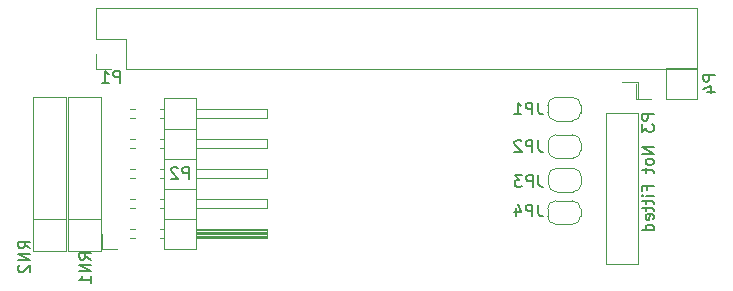
<source format=gbo>
G04 #@! TF.GenerationSoftware,KiCad,Pcbnew,(5.1.4)-1*
G04 #@! TF.CreationDate,2019-10-20T00:44:42+01:00*
G04 #@! TF.ProjectId,rgb-to-hdmi,7267622d-746f-42d6-9864-6d692e6b6963,rev?*
G04 #@! TF.SameCoordinates,Original*
G04 #@! TF.FileFunction,Legend,Bot*
G04 #@! TF.FilePolarity,Positive*
%FSLAX46Y46*%
G04 Gerber Fmt 4.6, Leading zero omitted, Abs format (unit mm)*
G04 Created by KiCad (PCBNEW (5.1.4)-1) date 2019-10-20 00:44:42*
%MOMM*%
%LPD*%
G04 APERTURE LIST*
%ADD10C,0.200000*%
%ADD11C,0.120000*%
%ADD12C,0.150000*%
G04 APERTURE END LIST*
D10*
X66790380Y-37177150D02*
X65790380Y-37177150D01*
X66790380Y-37748579D01*
X65790380Y-37748579D01*
X66790380Y-38367626D02*
X66742761Y-38272388D01*
X66695142Y-38224769D01*
X66599904Y-38177150D01*
X66314190Y-38177150D01*
X66218952Y-38224769D01*
X66171333Y-38272388D01*
X66123714Y-38367626D01*
X66123714Y-38510483D01*
X66171333Y-38605721D01*
X66218952Y-38653340D01*
X66314190Y-38700960D01*
X66599904Y-38700960D01*
X66695142Y-38653340D01*
X66742761Y-38605721D01*
X66790380Y-38510483D01*
X66790380Y-38367626D01*
X66123714Y-38986674D02*
X66123714Y-39367626D01*
X65790380Y-39129531D02*
X66647523Y-39129531D01*
X66742761Y-39177150D01*
X66790380Y-39272388D01*
X66790380Y-39367626D01*
X66266571Y-40796198D02*
X66266571Y-40462864D01*
X66790380Y-40462864D02*
X65790380Y-40462864D01*
X65790380Y-40939055D01*
X66790380Y-41320007D02*
X66123714Y-41320007D01*
X65790380Y-41320007D02*
X65838000Y-41272388D01*
X65885619Y-41320007D01*
X65838000Y-41367626D01*
X65790380Y-41320007D01*
X65885619Y-41320007D01*
X66123714Y-41653340D02*
X66123714Y-42034293D01*
X65790380Y-41796198D02*
X66647523Y-41796198D01*
X66742761Y-41843817D01*
X66790380Y-41939055D01*
X66790380Y-42034293D01*
X66123714Y-42224769D02*
X66123714Y-42605721D01*
X65790380Y-42367626D02*
X66647523Y-42367626D01*
X66742761Y-42415245D01*
X66790380Y-42510483D01*
X66790380Y-42605721D01*
X66742761Y-43320007D02*
X66790380Y-43224769D01*
X66790380Y-43034293D01*
X66742761Y-42939055D01*
X66647523Y-42891436D01*
X66266571Y-42891436D01*
X66171333Y-42939055D01*
X66123714Y-43034293D01*
X66123714Y-43224769D01*
X66171333Y-43320007D01*
X66266571Y-43367626D01*
X66361809Y-43367626D01*
X66457047Y-42891436D01*
X66790380Y-44224769D02*
X65790380Y-44224769D01*
X66742761Y-44224769D02*
X66790380Y-44129531D01*
X66790380Y-43939055D01*
X66742761Y-43843817D01*
X66695142Y-43796198D01*
X66599904Y-43748579D01*
X66314190Y-43748579D01*
X66218952Y-43796198D01*
X66171333Y-43843817D01*
X66123714Y-43939055D01*
X66123714Y-44129531D01*
X66171333Y-44224769D01*
D11*
X19542000Y-29270960D02*
X19542000Y-30600960D01*
X19542000Y-30600960D02*
X20872000Y-30600960D01*
X19542000Y-28000960D02*
X22142000Y-28000960D01*
X22142000Y-28000960D02*
X22142000Y-30600960D01*
X22142000Y-30600960D02*
X70462000Y-30600960D01*
X70462000Y-25400960D02*
X70462000Y-30600960D01*
X19542000Y-25400960D02*
X70462000Y-25400960D01*
X19542000Y-25400960D02*
X19542000Y-28000960D01*
X59941000Y-38144960D02*
G75*
G03X60641000Y-37444960I0J700000D01*
G01*
X60641000Y-36844960D02*
G75*
G03X59941000Y-36144960I-700000J0D01*
G01*
X58541000Y-36144960D02*
G75*
G03X57841000Y-36844960I0J-700000D01*
G01*
X57841000Y-37444960D02*
G75*
G03X58541000Y-38144960I700000J0D01*
G01*
X57841000Y-36844960D02*
X57841000Y-37444960D01*
X59941000Y-36144960D02*
X58541000Y-36144960D01*
X60641000Y-37444960D02*
X60641000Y-36844960D01*
X58541000Y-38144960D02*
X59941000Y-38144960D01*
X58526000Y-34969960D02*
X59926000Y-34969960D01*
X60626000Y-34269960D02*
X60626000Y-33669960D01*
X59926000Y-32969960D02*
X58526000Y-32969960D01*
X57826000Y-33669960D02*
X57826000Y-34269960D01*
X57826000Y-34269960D02*
G75*
G03X58526000Y-34969960I700000J0D01*
G01*
X58526000Y-32969960D02*
G75*
G03X57826000Y-33669960I0J-700000D01*
G01*
X60626000Y-33669960D02*
G75*
G03X59926000Y-32969960I-700000J0D01*
G01*
X59926000Y-34969960D02*
G75*
G03X60626000Y-34269960I0J700000D01*
G01*
X59911000Y-43732960D02*
G75*
G03X60611000Y-43032960I0J700000D01*
G01*
X60611000Y-42432960D02*
G75*
G03X59911000Y-41732960I-700000J0D01*
G01*
X58511000Y-41732960D02*
G75*
G03X57811000Y-42432960I0J-700000D01*
G01*
X57811000Y-43032960D02*
G75*
G03X58511000Y-43732960I700000J0D01*
G01*
X57811000Y-42432960D02*
X57811000Y-43032960D01*
X59911000Y-41732960D02*
X58511000Y-41732960D01*
X60611000Y-43032960D02*
X60611000Y-42432960D01*
X58511000Y-43732960D02*
X59911000Y-43732960D01*
X58576800Y-40989760D02*
X59976800Y-40989760D01*
X60676800Y-40289760D02*
X60676800Y-39689760D01*
X59976800Y-38989760D02*
X58576800Y-38989760D01*
X57876800Y-39689760D02*
X57876800Y-40289760D01*
X57876800Y-40289760D02*
G75*
G03X58576800Y-40989760I700000J0D01*
G01*
X58576800Y-38989760D02*
G75*
G03X57876800Y-39689760I0J-700000D01*
G01*
X60676800Y-39689760D02*
G75*
G03X59976800Y-38989760I-700000J0D01*
G01*
X59976800Y-40989760D02*
G75*
G03X60676800Y-40289760I0J700000D01*
G01*
X25360000Y-45840960D02*
X25360000Y-33020960D01*
X25360000Y-33020960D02*
X28020000Y-33020960D01*
X28020000Y-33020960D02*
X28020000Y-45840960D01*
X28020000Y-45840960D02*
X25360000Y-45840960D01*
X28020000Y-44890960D02*
X34020000Y-44890960D01*
X34020000Y-44890960D02*
X34020000Y-44130960D01*
X34020000Y-44130960D02*
X28020000Y-44130960D01*
X28020000Y-44830960D02*
X34020000Y-44830960D01*
X28020000Y-44710960D02*
X34020000Y-44710960D01*
X28020000Y-44590960D02*
X34020000Y-44590960D01*
X28020000Y-44470960D02*
X34020000Y-44470960D01*
X28020000Y-44350960D02*
X34020000Y-44350960D01*
X28020000Y-44230960D02*
X34020000Y-44230960D01*
X24962929Y-44890960D02*
X25360000Y-44890960D01*
X24962929Y-44130960D02*
X25360000Y-44130960D01*
X22490000Y-44890960D02*
X22877071Y-44890960D01*
X22490000Y-44130960D02*
X22877071Y-44130960D01*
X25360000Y-43240960D02*
X28020000Y-43240960D01*
X28020000Y-42350960D02*
X34020000Y-42350960D01*
X34020000Y-42350960D02*
X34020000Y-41590960D01*
X34020000Y-41590960D02*
X28020000Y-41590960D01*
X24962929Y-42350960D02*
X25360000Y-42350960D01*
X24962929Y-41590960D02*
X25360000Y-41590960D01*
X22422929Y-42350960D02*
X22877071Y-42350960D01*
X22422929Y-41590960D02*
X22877071Y-41590960D01*
X25360000Y-40700960D02*
X28020000Y-40700960D01*
X28020000Y-39810960D02*
X34020000Y-39810960D01*
X34020000Y-39810960D02*
X34020000Y-39050960D01*
X34020000Y-39050960D02*
X28020000Y-39050960D01*
X24962929Y-39810960D02*
X25360000Y-39810960D01*
X24962929Y-39050960D02*
X25360000Y-39050960D01*
X22422929Y-39810960D02*
X22877071Y-39810960D01*
X22422929Y-39050960D02*
X22877071Y-39050960D01*
X25360000Y-38160960D02*
X28020000Y-38160960D01*
X28020000Y-37270960D02*
X34020000Y-37270960D01*
X34020000Y-37270960D02*
X34020000Y-36510960D01*
X34020000Y-36510960D02*
X28020000Y-36510960D01*
X24962929Y-37270960D02*
X25360000Y-37270960D01*
X24962929Y-36510960D02*
X25360000Y-36510960D01*
X22422929Y-37270960D02*
X22877071Y-37270960D01*
X22422929Y-36510960D02*
X22877071Y-36510960D01*
X25360000Y-35620960D02*
X28020000Y-35620960D01*
X28020000Y-34730960D02*
X34020000Y-34730960D01*
X34020000Y-34730960D02*
X34020000Y-33970960D01*
X34020000Y-33970960D02*
X28020000Y-33970960D01*
X24962929Y-34730960D02*
X25360000Y-34730960D01*
X24962929Y-33970960D02*
X25360000Y-33970960D01*
X22422929Y-34730960D02*
X22877071Y-34730960D01*
X22422929Y-33970960D02*
X22877071Y-33970960D01*
X20110000Y-44510960D02*
X20110000Y-45780960D01*
X20110000Y-45780960D02*
X21380000Y-45780960D01*
X65430800Y-47084001D02*
X62770800Y-47084001D01*
X65430800Y-34324001D02*
X65430800Y-47084001D01*
X62770800Y-34324001D02*
X62770800Y-47084001D01*
X65430800Y-34324001D02*
X62770800Y-34324001D01*
X65430800Y-33054001D02*
X65430800Y-31724001D01*
X65430800Y-31724001D02*
X64100800Y-31724001D01*
X67862000Y-30480960D02*
X67862000Y-33140960D01*
X67862000Y-30480960D02*
X70462000Y-30480960D01*
X70462000Y-30480960D02*
X70462000Y-33140960D01*
X67862000Y-33140960D02*
X70462000Y-33140960D01*
X65262000Y-33140960D02*
X66592000Y-33140960D01*
X65262000Y-31810960D02*
X65262000Y-33140960D01*
X19986000Y-43240960D02*
X17186000Y-43240960D01*
X19986000Y-32910960D02*
X19986000Y-45950960D01*
X17186000Y-32910960D02*
X19986000Y-32910960D01*
X17186000Y-45950960D02*
X17186000Y-32910960D01*
X19986000Y-45950960D02*
X17186000Y-45950960D01*
X17065000Y-45950960D02*
X14265000Y-45950960D01*
X14265000Y-45950960D02*
X14265000Y-32910960D01*
X14265000Y-32910960D02*
X17065000Y-32910960D01*
X17065000Y-32910960D02*
X17065000Y-45950960D01*
X17065000Y-43240960D02*
X14265000Y-43240960D01*
D12*
X21610095Y-31729940D02*
X21610095Y-30729940D01*
X21229142Y-30729940D01*
X21133904Y-30777560D01*
X21086285Y-30825179D01*
X21038666Y-30920417D01*
X21038666Y-31063274D01*
X21086285Y-31158512D01*
X21133904Y-31206131D01*
X21229142Y-31253750D01*
X21610095Y-31253750D01*
X20086285Y-31729940D02*
X20657714Y-31729940D01*
X20372000Y-31729940D02*
X20372000Y-30729940D01*
X20467238Y-30872798D01*
X20562476Y-30968036D01*
X20657714Y-31015655D01*
X57011333Y-36597340D02*
X57011333Y-37311626D01*
X57058952Y-37454483D01*
X57154190Y-37549721D01*
X57297047Y-37597340D01*
X57392285Y-37597340D01*
X56535142Y-37597340D02*
X56535142Y-36597340D01*
X56154190Y-36597340D01*
X56058952Y-36644960D01*
X56011333Y-36692579D01*
X55963714Y-36787817D01*
X55963714Y-36930674D01*
X56011333Y-37025912D01*
X56058952Y-37073531D01*
X56154190Y-37121150D01*
X56535142Y-37121150D01*
X55582761Y-36692579D02*
X55535142Y-36644960D01*
X55439904Y-36597340D01*
X55201809Y-36597340D01*
X55106571Y-36644960D01*
X55058952Y-36692579D01*
X55011333Y-36787817D01*
X55011333Y-36883055D01*
X55058952Y-37025912D01*
X55630380Y-37597340D01*
X55011333Y-37597340D01*
X57011333Y-33422340D02*
X57011333Y-34136626D01*
X57058952Y-34279483D01*
X57154190Y-34374721D01*
X57297047Y-34422340D01*
X57392285Y-34422340D01*
X56535142Y-34422340D02*
X56535142Y-33422340D01*
X56154190Y-33422340D01*
X56058952Y-33469960D01*
X56011333Y-33517579D01*
X55963714Y-33612817D01*
X55963714Y-33755674D01*
X56011333Y-33850912D01*
X56058952Y-33898531D01*
X56154190Y-33946150D01*
X56535142Y-33946150D01*
X55011333Y-34422340D02*
X55582761Y-34422340D01*
X55297047Y-34422340D02*
X55297047Y-33422340D01*
X55392285Y-33565198D01*
X55487523Y-33660436D01*
X55582761Y-33708055D01*
X57011333Y-42058340D02*
X57011333Y-42772626D01*
X57058952Y-42915483D01*
X57154190Y-43010721D01*
X57297047Y-43058340D01*
X57392285Y-43058340D01*
X56535142Y-43058340D02*
X56535142Y-42058340D01*
X56154190Y-42058340D01*
X56058952Y-42105960D01*
X56011333Y-42153579D01*
X55963714Y-42248817D01*
X55963714Y-42391674D01*
X56011333Y-42486912D01*
X56058952Y-42534531D01*
X56154190Y-42582150D01*
X56535142Y-42582150D01*
X55106571Y-42391674D02*
X55106571Y-43058340D01*
X55344666Y-42010721D02*
X55582761Y-42725007D01*
X54963714Y-42725007D01*
X57047133Y-39569140D02*
X57047133Y-40283426D01*
X57094752Y-40426283D01*
X57189990Y-40521521D01*
X57332847Y-40569140D01*
X57428085Y-40569140D01*
X56570942Y-40569140D02*
X56570942Y-39569140D01*
X56189990Y-39569140D01*
X56094752Y-39616760D01*
X56047133Y-39664379D01*
X55999514Y-39759617D01*
X55999514Y-39902474D01*
X56047133Y-39997712D01*
X56094752Y-40045331D01*
X56189990Y-40092950D01*
X56570942Y-40092950D01*
X55666180Y-39569140D02*
X55047133Y-39569140D01*
X55380466Y-39950093D01*
X55237609Y-39950093D01*
X55142371Y-39997712D01*
X55094752Y-40045331D01*
X55047133Y-40140569D01*
X55047133Y-40378664D01*
X55094752Y-40473902D01*
X55142371Y-40521521D01*
X55237609Y-40569140D01*
X55523323Y-40569140D01*
X55618561Y-40521521D01*
X55666180Y-40473902D01*
X27452095Y-39883340D02*
X27452095Y-38883340D01*
X27071142Y-38883340D01*
X26975904Y-38930960D01*
X26928285Y-38978579D01*
X26880666Y-39073817D01*
X26880666Y-39216674D01*
X26928285Y-39311912D01*
X26975904Y-39359531D01*
X27071142Y-39407150D01*
X27452095Y-39407150D01*
X26499714Y-38978579D02*
X26452095Y-38930960D01*
X26356857Y-38883340D01*
X26118761Y-38883340D01*
X26023523Y-38930960D01*
X25975904Y-38978579D01*
X25928285Y-39073817D01*
X25928285Y-39169055D01*
X25975904Y-39311912D01*
X26547333Y-39883340D01*
X25928285Y-39883340D01*
X66790380Y-34374864D02*
X65790380Y-34374864D01*
X65790380Y-34755817D01*
X65838000Y-34851055D01*
X65885619Y-34898674D01*
X65980857Y-34946293D01*
X66123714Y-34946293D01*
X66218952Y-34898674D01*
X66266571Y-34851055D01*
X66314190Y-34755817D01*
X66314190Y-34374864D01*
X65790380Y-35279626D02*
X65790380Y-35898674D01*
X66171333Y-35565340D01*
X66171333Y-35708198D01*
X66218952Y-35803436D01*
X66266571Y-35851055D01*
X66361809Y-35898674D01*
X66599904Y-35898674D01*
X66695142Y-35851055D01*
X66742761Y-35803436D01*
X66790380Y-35708198D01*
X66790380Y-35422483D01*
X66742761Y-35327245D01*
X66695142Y-35279626D01*
X71997380Y-31072864D02*
X70997380Y-31072864D01*
X70997380Y-31453817D01*
X71045000Y-31549055D01*
X71092619Y-31596674D01*
X71187857Y-31644293D01*
X71330714Y-31644293D01*
X71425952Y-31596674D01*
X71473571Y-31549055D01*
X71521190Y-31453817D01*
X71521190Y-31072864D01*
X71330714Y-32501436D02*
X71997380Y-32501436D01*
X70949761Y-32263340D02*
X71664047Y-32025245D01*
X71664047Y-32644293D01*
X19139980Y-46716083D02*
X18663790Y-46382750D01*
X19139980Y-46144655D02*
X18139980Y-46144655D01*
X18139980Y-46525607D01*
X18187600Y-46620845D01*
X18235219Y-46668464D01*
X18330457Y-46716083D01*
X18473314Y-46716083D01*
X18568552Y-46668464D01*
X18616171Y-46620845D01*
X18663790Y-46525607D01*
X18663790Y-46144655D01*
X19139980Y-47144655D02*
X18139980Y-47144655D01*
X19139980Y-47716083D01*
X18139980Y-47716083D01*
X19139980Y-48716083D02*
X19139980Y-48144655D01*
X19139980Y-48430369D02*
X18139980Y-48430369D01*
X18282838Y-48335131D01*
X18378076Y-48239893D01*
X18425695Y-48144655D01*
X14009180Y-45776283D02*
X13532990Y-45442950D01*
X14009180Y-45204855D02*
X13009180Y-45204855D01*
X13009180Y-45585807D01*
X13056800Y-45681045D01*
X13104419Y-45728664D01*
X13199657Y-45776283D01*
X13342514Y-45776283D01*
X13437752Y-45728664D01*
X13485371Y-45681045D01*
X13532990Y-45585807D01*
X13532990Y-45204855D01*
X14009180Y-46204855D02*
X13009180Y-46204855D01*
X14009180Y-46776283D01*
X13009180Y-46776283D01*
X13104419Y-47204855D02*
X13056800Y-47252474D01*
X13009180Y-47347712D01*
X13009180Y-47585807D01*
X13056800Y-47681045D01*
X13104419Y-47728664D01*
X13199657Y-47776283D01*
X13294895Y-47776283D01*
X13437752Y-47728664D01*
X14009180Y-47157236D01*
X14009180Y-47776283D01*
M02*

</source>
